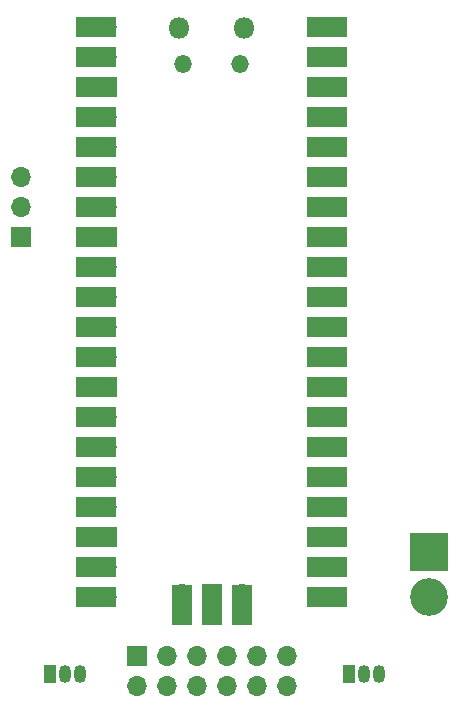
<source format=gbr>
%TF.GenerationSoftware,KiCad,Pcbnew,7.0.10+dfsg-1*%
%TF.CreationDate,2024-01-21T16:37:02+01:00*%
%TF.ProjectId,picoswitch,7069636f-7377-4697-9463-682e6b696361,rev?*%
%TF.SameCoordinates,Original*%
%TF.FileFunction,Soldermask,Top*%
%TF.FilePolarity,Negative*%
%FSLAX46Y46*%
G04 Gerber Fmt 4.6, Leading zero omitted, Abs format (unit mm)*
G04 Created by KiCad (PCBNEW 7.0.10+dfsg-1) date 2024-01-21 16:37:02*
%MOMM*%
%LPD*%
G01*
G04 APERTURE LIST*
%ADD10R,1.700000X1.700000*%
%ADD11O,1.700000X1.700000*%
%ADD12R,1.700000X3.500000*%
%ADD13R,3.500000X1.700000*%
%ADD14O,1.800000X1.800000*%
%ADD15O,1.500000X1.500000*%
%ADD16R,1.050000X1.500000*%
%ADD17O,1.050000X1.500000*%
%ADD18R,3.200000X3.200000*%
%ADD19O,3.200000X3.200000*%
G04 APERTURE END LIST*
D10*
%TO.C,J3*%
X137300000Y-114000000D03*
D11*
X137300000Y-116540000D03*
X139840000Y-114000000D03*
X139840000Y-116540000D03*
X142380000Y-114000000D03*
X142380000Y-116540000D03*
X144920000Y-114000000D03*
X144920000Y-116540000D03*
X147460000Y-114000000D03*
X147460000Y-116540000D03*
X150000000Y-114000000D03*
X150000000Y-116540000D03*
%TD*%
D10*
%TO.C,J2*%
X127475000Y-78525000D03*
D11*
X127475000Y-75985000D03*
X127475000Y-73445000D03*
%TD*%
D12*
%TO.C,U1*%
X146150000Y-109670000D03*
D11*
X146150000Y-108770000D03*
D12*
X143610000Y-109670000D03*
D10*
X143610000Y-108770000D03*
D12*
X141070000Y-109670000D03*
D11*
X141070000Y-108770000D03*
D13*
X153400000Y-60740000D03*
D11*
X152500000Y-60740000D03*
D13*
X153400000Y-63280000D03*
D11*
X152500000Y-63280000D03*
D13*
X153400000Y-65820000D03*
D10*
X152500000Y-65820000D03*
D13*
X153400000Y-68360000D03*
D11*
X152500000Y-68360000D03*
D13*
X153400000Y-70900000D03*
D11*
X152500000Y-70900000D03*
D13*
X153400000Y-73440000D03*
D11*
X152500000Y-73440000D03*
D13*
X153400000Y-75980000D03*
D11*
X152500000Y-75980000D03*
D13*
X153400000Y-78520000D03*
D10*
X152500000Y-78520000D03*
D13*
X153400000Y-81060000D03*
D11*
X152500000Y-81060000D03*
D13*
X153400000Y-83600000D03*
D11*
X152500000Y-83600000D03*
D13*
X153400000Y-86140000D03*
D11*
X152500000Y-86140000D03*
D13*
X153400000Y-88680000D03*
D11*
X152500000Y-88680000D03*
D13*
X153400000Y-91220000D03*
D10*
X152500000Y-91220000D03*
D13*
X153400000Y-93760000D03*
D11*
X152500000Y-93760000D03*
D13*
X153400000Y-96300000D03*
D11*
X152500000Y-96300000D03*
D13*
X153400000Y-98840000D03*
D11*
X152500000Y-98840000D03*
D13*
X153400000Y-101380000D03*
D11*
X152500000Y-101380000D03*
D13*
X153400000Y-103920000D03*
D10*
X152500000Y-103920000D03*
D13*
X153400000Y-106460000D03*
D11*
X152500000Y-106460000D03*
D13*
X153400000Y-109000000D03*
D11*
X152500000Y-109000000D03*
D13*
X133820000Y-109000000D03*
D11*
X134720000Y-109000000D03*
D13*
X133820000Y-106460000D03*
D11*
X134720000Y-106460000D03*
D13*
X133820000Y-103920000D03*
D10*
X134720000Y-103920000D03*
D13*
X133820000Y-101380000D03*
D11*
X134720000Y-101380000D03*
D13*
X133820000Y-98840000D03*
D11*
X134720000Y-98840000D03*
D13*
X133820000Y-96300000D03*
D11*
X134720000Y-96300000D03*
D13*
X133820000Y-93760000D03*
D11*
X134720000Y-93760000D03*
D13*
X133820000Y-91220000D03*
D10*
X134720000Y-91220000D03*
D13*
X133820000Y-88680000D03*
D11*
X134720000Y-88680000D03*
D13*
X133820000Y-86140000D03*
D11*
X134720000Y-86140000D03*
D13*
X133820000Y-83600000D03*
D11*
X134720000Y-83600000D03*
D13*
X133820000Y-81060000D03*
D11*
X134720000Y-81060000D03*
D13*
X133820000Y-78520000D03*
D10*
X134720000Y-78520000D03*
D13*
X133820000Y-75980000D03*
D11*
X134720000Y-75980000D03*
D13*
X133820000Y-73440000D03*
D11*
X134720000Y-73440000D03*
D13*
X133820000Y-70900000D03*
D11*
X134720000Y-70900000D03*
D13*
X133820000Y-68360000D03*
D11*
X134720000Y-68360000D03*
D13*
X133820000Y-65820000D03*
D10*
X134720000Y-65820000D03*
D13*
X133820000Y-63280000D03*
D11*
X134720000Y-63280000D03*
D13*
X133820000Y-60740000D03*
D11*
X134720000Y-60740000D03*
D14*
X146335000Y-60870000D03*
D15*
X146035000Y-63900000D03*
X141185000Y-63900000D03*
D14*
X140885000Y-60870000D03*
%TD*%
D16*
%TO.C,Q2*%
X155230000Y-115500000D03*
D17*
X156500000Y-115500000D03*
X157770000Y-115500000D03*
%TD*%
D16*
%TO.C,Q1*%
X129960000Y-115500000D03*
D17*
X131230000Y-115500000D03*
X132500000Y-115500000D03*
%TD*%
D18*
%TO.C,D1*%
X162000000Y-105190000D03*
D19*
X162000000Y-109000000D03*
%TD*%
M02*

</source>
